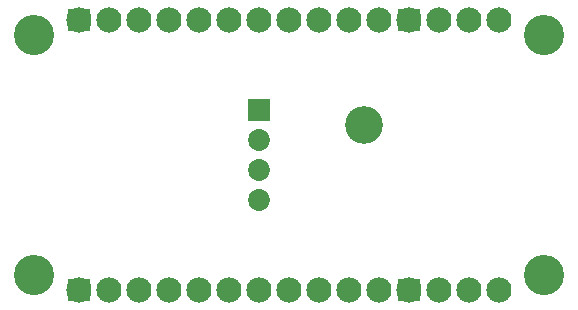
<source format=gts>
G75*
%MOIN*%
%OFA0B0*%
%FSLAX25Y25*%
%IPPOS*%
%LPD*%
%AMOC8*
5,1,8,0,0,1.08239X$1,22.5*
%
%ADD10R,0.07300X0.07300*%
%ADD11C,0.07300*%
%ADD12C,0.08400*%
%ADD13C,0.13398*%
%ADD14R,0.06737X0.06737*%
%ADD15C,0.06737*%
%ADD16C,0.12611*%
D10*
X0026800Y0013167D03*
X0086800Y0073167D03*
X0136800Y0103167D03*
X0026800Y0103167D03*
X0136800Y0013167D03*
D11*
X0146800Y0013167D03*
X0156800Y0013167D03*
X0166800Y0013167D03*
X0086800Y0043167D03*
X0086800Y0053167D03*
X0086800Y0063167D03*
X0056800Y0103167D03*
X0046800Y0103167D03*
X0036800Y0103167D03*
X0146800Y0103167D03*
X0156800Y0103167D03*
X0166800Y0103167D03*
X0056800Y0013167D03*
X0046800Y0013167D03*
X0036800Y0013167D03*
D12*
X0026800Y0013167D03*
X0036800Y0013167D03*
X0046800Y0013167D03*
X0056800Y0013167D03*
X0066800Y0013167D03*
X0076800Y0013167D03*
X0086800Y0013167D03*
X0096800Y0013167D03*
X0106800Y0013167D03*
X0116800Y0013167D03*
X0126800Y0013167D03*
X0136800Y0013167D03*
X0146800Y0013167D03*
X0156800Y0013167D03*
X0166800Y0013167D03*
X0166800Y0103167D03*
X0156800Y0103167D03*
X0146800Y0103167D03*
X0136800Y0103167D03*
X0126800Y0103167D03*
X0116800Y0103167D03*
X0106800Y0103167D03*
X0096800Y0103167D03*
X0086800Y0103167D03*
X0076800Y0103167D03*
X0066800Y0103167D03*
X0056800Y0103167D03*
X0046800Y0103167D03*
X0036800Y0103167D03*
X0026800Y0103167D03*
D13*
X0011800Y0098167D03*
X0011800Y0018167D03*
X0181800Y0018167D03*
X0181800Y0098167D03*
D14*
X0086800Y0073167D03*
D15*
X0086800Y0063167D03*
X0086800Y0053167D03*
X0086800Y0043167D03*
D16*
X0121800Y0068167D03*
M02*

</source>
